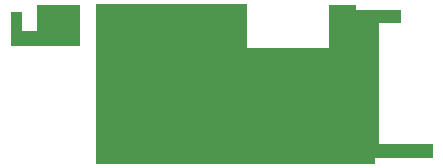
<source format=gbr>
G04 #@! TF.GenerationSoftware,KiCad,Pcbnew,(6.0.2)*
G04 #@! TF.CreationDate,2022-03-09T14:23:31+01:00*
G04 #@! TF.ProjectId,rs-probe,72732d70-726f-4626-952e-6b696361645f,rev?*
G04 #@! TF.SameCoordinates,Original*
G04 #@! TF.FileFunction,Glue,Top*
G04 #@! TF.FilePolarity,Positive*
%FSLAX46Y46*%
G04 Gerber Fmt 4.6, Leading zero omitted, Abs format (unit mm)*
G04 Created by KiCad (PCBNEW (6.0.2)) date 2022-03-09 14:23:31*
%MOMM*%
%LPD*%
G01*
G04 APERTURE LIST*
%ADD10C,0.100000*%
G04 APERTURE END LIST*
D10*
X182050000Y-79800000D02*
X180200000Y-79800000D01*
X180200000Y-79800000D02*
X180200000Y-80800000D01*
X180200000Y-80800000D02*
X182050000Y-80800000D01*
X182050000Y-80800000D02*
X182050000Y-79800000D01*
G36*
X182050000Y-79800000D02*
G01*
X180200000Y-79800000D01*
X180200000Y-80800000D01*
X182050000Y-80800000D01*
X182050000Y-79800000D01*
G37*
X180200000Y-92300000D02*
X178300000Y-92300000D01*
X178300000Y-92300000D02*
X178300000Y-91800000D01*
X178300000Y-91800000D02*
X180200000Y-91800000D01*
X180200000Y-91800000D02*
X180200000Y-92300000D01*
G36*
X180200000Y-92300000D02*
G01*
X178300000Y-92300000D01*
X178300000Y-91800000D01*
X180200000Y-91800000D01*
X180200000Y-92300000D01*
G37*
X178300000Y-79800000D02*
X180200000Y-79800000D01*
X180200000Y-79800000D02*
X180200000Y-91800000D01*
X180200000Y-91800000D02*
X178300000Y-91800000D01*
X178300000Y-91800000D02*
X178300000Y-79800000D01*
G36*
X178300000Y-79800000D02*
G01*
X180200000Y-79800000D01*
X180200000Y-91800000D01*
X178300000Y-91800000D01*
X178300000Y-79800000D01*
G37*
X178300000Y-83000000D02*
X169000000Y-83000000D01*
X169000000Y-83000000D02*
X169000000Y-92800000D01*
X169000000Y-92800000D02*
X178300000Y-92800000D01*
X178300000Y-92800000D02*
X178300000Y-83000000D01*
G36*
X178300000Y-83000000D02*
G01*
X169000000Y-83000000D01*
X169000000Y-92800000D01*
X178300000Y-92800000D01*
X178300000Y-83000000D01*
G37*
X169000000Y-79300000D02*
X156300000Y-79300000D01*
X156300000Y-79300000D02*
X156300000Y-92800000D01*
X156300000Y-92800000D02*
X169000000Y-92800000D01*
X169000000Y-92800000D02*
X169000000Y-79300000D01*
G36*
X169000000Y-79300000D02*
G01*
X156300000Y-79300000D01*
X156300000Y-92800000D01*
X169000000Y-92800000D01*
X169000000Y-79300000D01*
G37*
X178300000Y-79400000D02*
X176100000Y-79400000D01*
X176100000Y-79400000D02*
X176100000Y-83000000D01*
X176100000Y-83000000D02*
X178300000Y-83000000D01*
X178300000Y-83000000D02*
X178300000Y-79400000D01*
G36*
X178300000Y-79400000D02*
G01*
X176100000Y-79400000D01*
X176100000Y-83000000D01*
X178300000Y-83000000D01*
X178300000Y-79400000D01*
G37*
X184800000Y-91200000D02*
X180200000Y-91200000D01*
X180200000Y-91200000D02*
X180200000Y-92300000D01*
X180200000Y-92300000D02*
X184800000Y-92300000D01*
X184800000Y-92300000D02*
X184800000Y-91200000D01*
G36*
X184800000Y-91200000D02*
G01*
X180200000Y-91200000D01*
X180200000Y-92300000D01*
X184800000Y-92300000D01*
X184800000Y-91200000D01*
G37*
X151300000Y-79400000D02*
X154900000Y-79400000D01*
X154900000Y-79400000D02*
X154900000Y-82800000D01*
X154900000Y-82800000D02*
X151300000Y-82800000D01*
X151300000Y-82800000D02*
X151300000Y-79400000D01*
G36*
X151300000Y-79400000D02*
G01*
X154900000Y-79400000D01*
X154900000Y-82800000D01*
X151300000Y-82800000D01*
X151300000Y-79400000D01*
G37*
X149950000Y-80000000D02*
X149150000Y-80000000D01*
X149150000Y-80000000D02*
X149150000Y-81550000D01*
X149150000Y-81550000D02*
X149950000Y-81550000D01*
X149950000Y-81550000D02*
X149950000Y-80000000D01*
G36*
X149950000Y-80000000D02*
G01*
X149150000Y-80000000D01*
X149150000Y-81550000D01*
X149950000Y-81550000D01*
X149950000Y-80000000D01*
G37*
X151300000Y-82800000D02*
X149150000Y-82800000D01*
X149150000Y-82800000D02*
X149150000Y-81550000D01*
X149150000Y-81550000D02*
X151300000Y-81550000D01*
X151300000Y-81550000D02*
X151300000Y-82800000D01*
G36*
X151300000Y-82800000D02*
G01*
X149150000Y-82800000D01*
X149150000Y-81550000D01*
X151300000Y-81550000D01*
X151300000Y-82800000D01*
G37*
X178300000Y-92300000D02*
X179900000Y-92300000D01*
X179900000Y-92300000D02*
X179900000Y-92800000D01*
X179900000Y-92800000D02*
X178300000Y-92800000D01*
X178300000Y-92800000D02*
X178300000Y-92300000D01*
G36*
X178300000Y-92300000D02*
G01*
X179900000Y-92300000D01*
X179900000Y-92800000D01*
X178300000Y-92800000D01*
X178300000Y-92300000D01*
G37*
M02*

</source>
